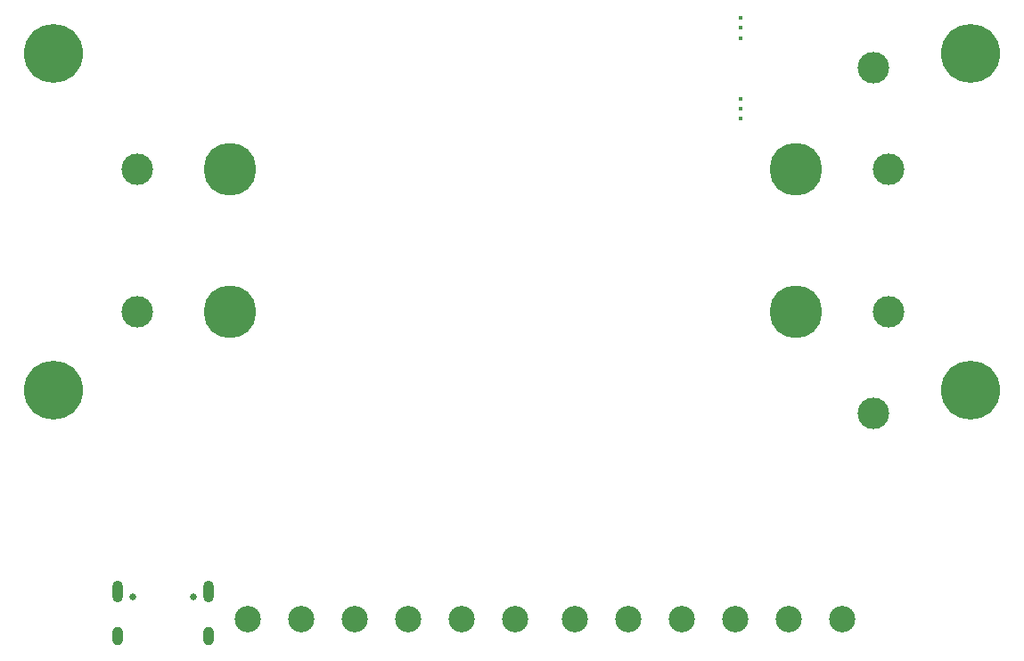
<source format=gbr>
%TF.GenerationSoftware,KiCad,Pcbnew,8.0.2*%
%TF.CreationDate,2025-08-03T00:44:16+02:00*%
%TF.ProjectId,MarinaWatch,4d617269-6e61-4576-9174-63682e6b6963,rev?*%
%TF.SameCoordinates,Original*%
%TF.FileFunction,Soldermask,Bot*%
%TF.FilePolarity,Negative*%
%FSLAX46Y46*%
G04 Gerber Fmt 4.6, Leading zero omitted, Abs format (unit mm)*
G04 Created by KiCad (PCBNEW 8.0.2) date 2025-08-03 00:44:16*
%MOMM*%
%LPD*%
G01*
G04 APERTURE LIST*
%ADD10C,3.000000*%
%ADD11C,5.000000*%
%ADD12C,0.400000*%
%ADD13C,2.500000*%
%ADD14C,0.650000*%
%ADD15O,1.000000X2.100000*%
%ADD16O,1.000000X1.800000*%
%ADD17C,5.600000*%
G04 APERTURE END LIST*
D10*
%TO.C,BT402*%
X126300000Y-107000000D03*
X197700000Y-107000000D03*
X196250000Y-97300000D03*
D11*
X188850000Y-107000000D03*
X135150000Y-107000000D03*
%TD*%
D12*
%TO.C,U501*%
X183675000Y-92600000D03*
X183675000Y-93550000D03*
X183675000Y-94500000D03*
%TD*%
%TO.C,U601*%
X183650000Y-100300000D03*
X183650000Y-101250000D03*
X183650000Y-102200000D03*
%TD*%
D11*
%TO.C,BT401*%
X135150000Y-120500000D03*
X188850000Y-120500000D03*
D10*
X196250000Y-130200000D03*
X197700000Y-120500000D03*
X126300000Y-120500000D03*
%TD*%
D13*
%TO.C,J901*%
X136850000Y-149750000D03*
X141930000Y-149750000D03*
X147010000Y-149750000D03*
X152090000Y-149750000D03*
X157170000Y-149750000D03*
X162250000Y-149750000D03*
%TD*%
D14*
%TO.C,J201*%
X125860000Y-147645000D03*
X131640000Y-147645000D03*
D15*
X124430000Y-147125000D03*
D16*
X124430000Y-151325000D03*
D15*
X133070000Y-147125000D03*
D16*
X133070000Y-151325000D03*
%TD*%
D13*
%TO.C,J902*%
X167850000Y-149750000D03*
X172930000Y-149750000D03*
X178010000Y-149750000D03*
X183090000Y-149750000D03*
X188170000Y-149750000D03*
X193250000Y-149750000D03*
%TD*%
D17*
%TO.C,H3*%
X118400000Y-128000000D03*
%TD*%
%TO.C,H2*%
X205500000Y-96000000D03*
%TD*%
%TO.C,H1*%
X118400000Y-96000000D03*
%TD*%
%TO.C,H4*%
X205500000Y-128000000D03*
%TD*%
M02*

</source>
